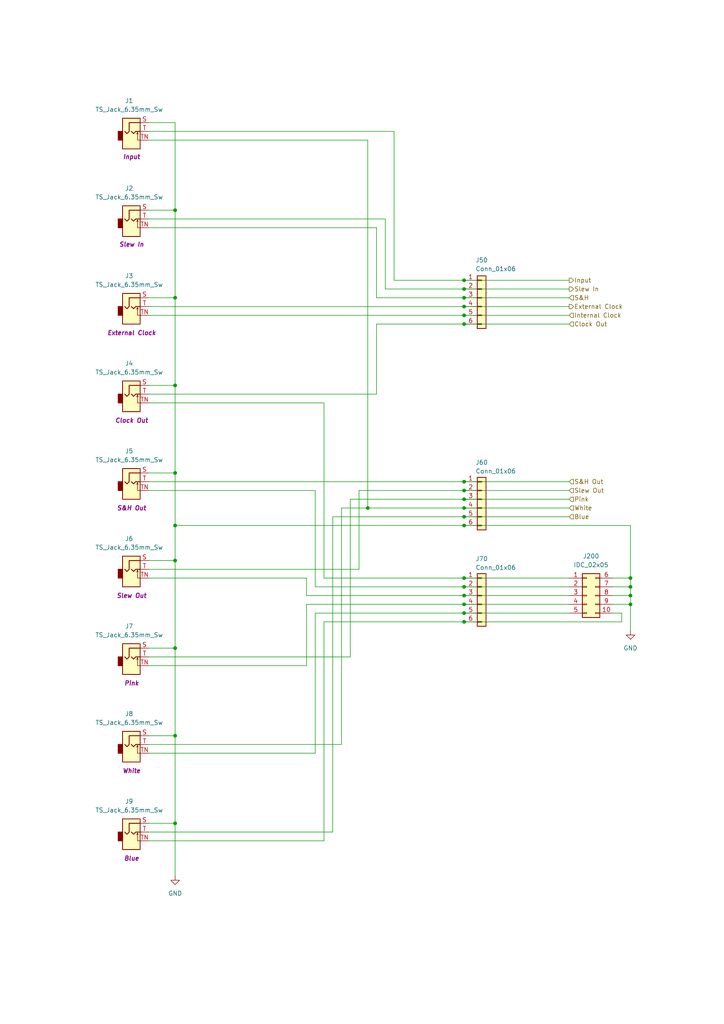
<source format=kicad_sch>
(kicad_sch (version 20231120) (generator "eeschema") (generator_version "8.0")
  (paper "A4" portrait)
  (title_block (company "DMH Instruments") (comment 1 "PCB for 5 cm Kosmo format synthesizer module"))
  (lib_symbols
    (symbol "Connector_Generic:Conn_01x06" (pin_names (offset 1.016) hide)
      (property "Reference" "J" (at 0 7.62 0))
      (property "Value" "Conn_01x06" (at 0 -10.16 0))
      (symbol "Conn_01x06_1_1"
        (rectangle (start -1.27 -7.493) (end 0 -7.747) (stroke (width 0.1524)))
        (rectangle (start -1.27 -4.953) (end 0 -5.207) (stroke (width 0.1524)))
        (rectangle (start -1.27 -2.413) (end 0 -2.667) (stroke (width 0.1524)))
        (rectangle (start -1.27 0.127) (end 0 -0.127) (stroke (width 0.1524)))
        (rectangle (start -1.27 2.667) (end 0 2.413) (stroke (width 0.1524)))
        (rectangle (start -1.27 5.207) (end 0 4.953) (stroke (width 0.1524)))
        (rectangle (start -1.27 6.35) (end 1.27 -8.89) (stroke (width 0.254)) (fill (type background)))
        (pin passive line (at -5.08 5.08 0) (length 3.81) (name "Pin_1") (number "1"))
        (pin passive line (at -5.08 2.54 0) (length 3.81) (name "Pin_2") (number "2"))
        (pin passive line (at -5.08 0 0) (length 3.81) (name "Pin_3") (number "3"))
        (pin passive line (at -5.08 -2.54 0) (length 3.81) (name "Pin_4") (number "4"))
        (pin passive line (at -5.08 -5.08 0) (length 3.81) (name "Pin_5") (number "5"))
        (pin passive line (at -5.08 -7.62 0) (length 3.81) (name "Pin_6") (number "6"))
      )
    )
    (symbol "SynthStuff:BackBone_Connector_10Pin" (pin_names (offset 1.016) hide)
      (property "Reference" "J" (at 0 -10.922 0))
      (property "Value" "IDC_02x05" (at 0 -8.382 0))
      (symbol "BackBone_Connector_10Pin_1_1"
        (rectangle (start -2.54 -4.953) (end -1.27 -5.207) (stroke (width 0.1524)))
        (rectangle (start -2.54 -2.413) (end -1.27 -2.667) (stroke (width 0.1524)))
        (rectangle (start -2.54 0.127) (end -1.27 -0.127) (stroke (width 0.1524)))
        (rectangle (start -2.54 2.667) (end -1.27 2.413) (stroke (width 0.1524)))
        (rectangle (start -2.54 5.207) (end -1.27 4.953) (stroke (width 0.1524)))
        (rectangle (start -2.54 6.35) (end 2.54 -6.35) (stroke (width 0.254)) (fill (type background)))
        (rectangle (start 2.54 -4.953) (end 1.27 -5.207) (stroke (width 0.1524)))
        (rectangle (start 2.54 -2.413) (end 1.27 -2.667) (stroke (width 0.1524)))
        (rectangle (start 2.54 0.127) (end 1.27 -0.127) (stroke (width 0.1524)))
        (rectangle (start 2.54 2.667) (end 1.27 2.413) (stroke (width 0.1524)))
        (rectangle (start 2.54 5.207) (end 1.27 4.953) (stroke (width 0.1524)))
        (pin passive line (at -6.35 5.08 0) (length 3.81) (name "Pin_1") (number "1"))
        (pin passive line (at 6.35 -5.08 180) (length 3.81) (name "Pin_10") (number "10"))
        (pin passive line (at -6.35 2.54 0) (length 3.81) (name "Pin_2") (number "2"))
        (pin passive line (at -6.35 0 0) (length 3.81) (name "Pin_3") (number "3"))
        (pin passive line (at -6.35 -2.54 0) (length 3.81) (name "Pin_4") (number "4"))
        (pin passive line (at -6.35 -5.08 0) (length 3.81) (name "Pin_5") (number "5"))
        (pin passive line (at 6.35 5.08 180) (length 3.81) (name "Pin_6") (number "6"))
        (pin passive line (at 6.35 2.54 180) (length 3.81) (name "Pin_7") (number "7"))
        (pin passive line (at 6.35 0 180) (length 3.81) (name "Pin_8") (number "8"))
        (pin passive line (at 6.35 -2.54 180) (length 3.81) (name "Pin_9") (number "9"))
      )
    )
    (symbol "SynthStuff:TS_Jack_6.35mm_Sw"
      (property "Reference" "J" (at -0.635 8.89 0))
      (property "Value" "TS_Jack_6.35mm_Sw" (at -0.635 6.35 0))
      (symbol "TS_Jack_6.35mm_Sw_0_1"
        (rectangle (start -2.54 0) (end -3.81 -2.54) (stroke (width 0.254)) (fill (type outline)))
        (polyline (pts (xy 1.778 -0.254) (xy 2.032 -0.762)))
        (polyline (pts (xy 0 0) (xy 0.635 -0.635) (xy 1.27 0) (xy 2.54 0)) (stroke (width 0.254)))
        (polyline (pts (xy 2.54 -2.54) (xy 1.778 -2.54) (xy 1.778 -0.254) (xy 1.524 -0.762)))
        (polyline (pts (xy 2.54 2.54) (xy -0.635 2.54) (xy -0.635 0) (xy -1.27 -0.635) (xy -1.905 0)) (stroke (width 0.254)))
        (rectangle (start 2.54 3.81) (end -2.54 -5.08) (stroke (width 0.254)) (fill (type background)))
      )
      (symbol "TS_Jack_6.35mm_Sw_1_1"
        (pin passive line (at 5.08 2.54 180) (length 2.54) (name "~") (number "S"))
        (pin passive line (at 5.08 0 180) (length 2.54) (name "~") (number "T"))
        (pin passive line (at 5.08 -2.54 180) (length 2.54) (name "~") (number "TN"))
      )
    )
    (symbol "power:GND" (power) (pin_numbers hide) (pin_names (offset 0) hide)
      (property "Value" "GND" (at 0 -3.81 0))
      (symbol "GND_0_1"
        (polyline (pts (xy 0 0) (xy 0 -1.27) (xy 1.27 -1.27) (xy 0 -2.54) (xy -1.27 -1.27) (xy 0 -1.27)))
      )
      (symbol "GND_1_1"
        (pin power_in line (at 0 0 270) (length 0) (name "~") (number "1"))
      )
    )
  )
  (junction (at 50.8 60.96))
  (junction (at 134.62 180.34))
  (junction (at 134.62 142.24))
  (junction (at 134.62 175.26))
  (junction (at 134.62 86.36))
  (junction (at 134.62 81.28))
  (junction (at 134.62 177.8))
  (junction (at 50.8 111.76))
  (junction (at 182.88 170.18))
  (junction (at 50.8 213.36))
  (junction (at 182.88 172.72))
  (junction (at 50.8 162.56))
  (junction (at 134.62 139.7))
  (junction (at 134.62 144.78))
  (junction (at 134.62 172.72))
  (junction (at 134.62 83.82))
  (junction (at 50.8 187.96))
  (junction (at 50.8 238.76))
  (junction (at 134.62 93.98))
  (junction (at 134.62 152.4))
  (junction (at 134.62 88.9))
  (junction (at 50.8 86.36))
  (junction (at 134.62 91.44))
  (junction (at 182.88 175.26))
  (junction (at 182.88 167.64))
  (junction (at 106.68 147.32))
  (junction (at 134.62 167.64))
  (junction (at 50.8 137.16))
  (junction (at 134.62 147.32))
  (junction (at 134.62 149.86))
  (junction (at 50.8 152.4))
  (junction (at 134.62 170.18))
  (wire (pts (xy 50.8 35.56) (xy 50.8 60.96)))
  (wire (pts (xy 88.9 172.72) (xy 134.62 172.72)))
  (wire (pts (xy 43.18 137.16) (xy 50.8 137.16)))
  (wire (pts (xy 109.22 66.04) (xy 109.22 86.36)))
  (wire (pts (xy 134.62 177.8) (xy 165.1 177.8)))
  (wire (pts (xy 134.62 175.26) (xy 165.1 175.26)))
  (wire (pts (xy 134.62 149.86) (xy 165.1 149.86)))
  (wire (pts (xy 182.88 170.18) (xy 182.88 172.72)))
  (wire (pts (xy 182.88 167.64) (xy 182.88 170.18)))
  (wire (pts (xy 88.9 167.64) (xy 88.9 172.72)))
  (wire (pts (xy 96.52 241.3) (xy 96.52 149.86)))
  (wire (pts (xy 93.98 180.34) (xy 134.62 180.34)))
  (wire (pts (xy 50.8 213.36) (xy 50.8 238.76)))
  (wire (pts (xy 50.8 60.96) (xy 50.8 86.36)))
  (wire (pts (xy 43.18 139.7) (xy 134.62 139.7)))
  (wire (pts (xy 43.18 213.36) (xy 50.8 213.36)))
  (wire (pts (xy 104.14 165.1) (xy 104.14 142.24)))
  (wire (pts (xy 114.3 81.28) (xy 134.62 81.28)))
  (wire (pts (xy 43.18 40.64) (xy 106.68 40.64)))
  (wire (pts (xy 50.8 152.4) (xy 50.8 162.56)))
  (wire (pts (xy 106.68 40.64) (xy 106.68 147.32)))
  (wire (pts (xy 50.8 162.56) (xy 50.8 187.96)))
  (wire (pts (xy 134.62 152.4) (xy 182.88 152.4)))
  (wire (pts (xy 88.9 175.26) (xy 134.62 175.26)))
  (wire (pts (xy 182.88 175.26) (xy 182.88 182.88)))
  (wire (pts (xy 182.88 152.4) (xy 182.88 167.64)))
  (wire (pts (xy 93.98 167.64) (xy 134.62 167.64)))
  (wire (pts (xy 43.18 60.96) (xy 50.8 60.96)))
  (wire (pts (xy 43.18 66.04) (xy 109.22 66.04)))
  (wire (pts (xy 43.18 35.56) (xy 50.8 35.56)))
  (wire (pts (xy 109.22 86.36) (xy 134.62 86.36)))
  (wire (pts (xy 177.8 170.18) (xy 182.88 170.18)))
  (wire (pts (xy 177.8 175.26) (xy 182.88 175.26)))
  (wire (pts (xy 134.62 139.7) (xy 165.1 139.7)))
  (wire (pts (xy 177.8 167.64) (xy 182.88 167.64)))
  (wire (pts (xy 134.62 88.9) (xy 165.1 88.9)))
  (wire (pts (xy 43.18 190.5) (xy 101.6 190.5)))
  (wire (pts (xy 134.62 142.24) (xy 165.1 142.24)))
  (wire (pts (xy 134.62 180.34) (xy 180.34 180.34)))
  (wire (pts (xy 91.44 218.44) (xy 91.44 177.8)))
  (wire (pts (xy 99.06 147.32) (xy 99.06 215.9)))
  (wire (pts (xy 43.18 114.3) (xy 109.22 114.3)))
  (wire (pts (xy 43.18 165.1) (xy 104.14 165.1)))
  (wire (pts (xy 134.62 93.98) (xy 165.1 93.98)))
  (wire (pts (xy 43.18 91.44) (xy 134.62 91.44)))
  (wire (pts (xy 88.9 193.04) (xy 88.9 175.26)))
  (wire (pts (xy 43.18 238.76) (xy 50.8 238.76)))
  (wire (pts (xy 109.22 114.3) (xy 109.22 93.98)))
  (wire (pts (xy 43.18 142.24) (xy 91.44 142.24)))
  (wire (pts (xy 43.18 215.9) (xy 99.06 215.9)))
  (wire (pts (xy 134.62 86.36) (xy 165.1 86.36)))
  (wire (pts (xy 101.6 190.5) (xy 101.6 144.78)))
  (wire (pts (xy 91.44 170.18) (xy 134.62 170.18)))
  (wire (pts (xy 93.98 116.84) (xy 93.98 167.64)))
  (wire (pts (xy 134.62 144.78) (xy 165.1 144.78)))
  (wire (pts (xy 101.6 144.78) (xy 134.62 144.78)))
  (wire (pts (xy 43.18 187.96) (xy 50.8 187.96)))
  (wire (pts (xy 111.76 83.82) (xy 134.62 83.82)))
  (wire (pts (xy 134.62 147.32) (xy 165.1 147.32)))
  (wire (pts (xy 114.3 38.1) (xy 114.3 81.28)))
  (wire (pts (xy 180.34 177.8) (xy 180.34 180.34)))
  (wire (pts (xy 43.18 38.1) (xy 114.3 38.1)))
  (wire (pts (xy 43.18 116.84) (xy 93.98 116.84)))
  (wire (pts (xy 50.8 137.16) (xy 50.8 152.4)))
  (wire (pts (xy 43.18 162.56) (xy 50.8 162.56)))
  (wire (pts (xy 43.18 167.64) (xy 88.9 167.64)))
  (wire (pts (xy 177.8 177.8) (xy 180.34 177.8)))
  (wire (pts (xy 50.8 86.36) (xy 50.8 111.76)))
  (wire (pts (xy 43.18 88.9) (xy 134.62 88.9)))
  (wire (pts (xy 134.62 172.72) (xy 165.1 172.72)))
  (wire (pts (xy 99.06 147.32) (xy 106.68 147.32)))
  (wire (pts (xy 106.68 147.32) (xy 134.62 147.32)))
  (wire (pts (xy 43.18 241.3) (xy 96.52 241.3)))
  (wire (pts (xy 43.18 193.04) (xy 88.9 193.04)))
  (wire (pts (xy 134.62 83.82) (xy 165.1 83.82)))
  (wire (pts (xy 96.52 149.86) (xy 134.62 149.86)))
  (wire (pts (xy 43.18 86.36) (xy 50.8 86.36)))
  (wire (pts (xy 50.8 238.76) (xy 50.8 254)))
  (wire (pts (xy 50.8 187.96) (xy 50.8 213.36)))
  (wire (pts (xy 104.14 142.24) (xy 134.62 142.24)))
  (wire (pts (xy 93.98 243.84) (xy 93.98 180.34)))
  (wire (pts (xy 91.44 142.24) (xy 91.44 170.18)))
  (wire (pts (xy 134.62 170.18) (xy 165.1 170.18)))
  (wire (pts (xy 43.18 63.5) (xy 111.76 63.5)))
  (wire (pts (xy 50.8 152.4) (xy 134.62 152.4)))
  (wire (pts (xy 182.88 172.72) (xy 182.88 175.26)))
  (wire (pts (xy 43.18 218.44) (xy 91.44 218.44)))
  (wire (pts (xy 50.8 111.76) (xy 50.8 137.16)))
  (wire (pts (xy 109.22 93.98) (xy 134.62 93.98)))
  (wire (pts (xy 43.18 111.76) (xy 50.8 111.76)))
  (wire (pts (xy 91.44 177.8) (xy 134.62 177.8)))
  (wire (pts (xy 134.62 167.64) (xy 165.1 167.64)))
  (wire (pts (xy 134.62 91.44) (xy 165.1 91.44)))
  (wire (pts (xy 134.62 81.28) (xy 165.1 81.28)))
  (wire (pts (xy 177.8 172.72) (xy 182.88 172.72)))
  (wire (pts (xy 43.18 243.84) (xy 93.98 243.84)))
  (wire (pts (xy 111.76 63.5) (xy 111.76 83.82)))
  (hierarchical_label "S&H" (shape input) (at 165.1 86.36 0))
  (hierarchical_label "S&H Out" (shape input) (at 165.1 139.7 0))
  (hierarchical_label "Slew Out" (shape input) (at 165.1 142.24 0))
  (hierarchical_label "Slew In" (shape output) (at 165.1 83.82 0))
  (hierarchical_label "Clock Out" (shape input) (at 165.1 93.98 0))
  (hierarchical_label "Input" (shape output) (at 165.1 81.28 0))
  (hierarchical_label "Internal Clock" (shape input) (at 165.1 91.44 0))
  (hierarchical_label "Pink" (shape input) (at 165.1 144.78 0))
  (hierarchical_label "Blue" (shape input) (at 165.1 149.86 0))
  (hierarchical_label "White" (shape input) (at 165.1 147.32 0))
  (hierarchical_label "External Clock" (shape output) (at 165.1 88.9 0))
  (symbol (lib_id "SynthStuff:TS_Jack_6.35mm_Sw") (at 38.1 241.3 0) (unit 1)
    (property "Reference" "J9" (at 37.465 232.41 0))
    (property "Value" "TS_Jack_6.35mm_Sw" (at 37.465 234.95 0))
    (property "Footprint" "SynthStuff:CUI_MJ-63052A" (effects (hide yes)))
    (property "Description" "Audio Jack, 2 Poles (Mono / TS), Switched T Pole (Normalling), 6.35mm, 1/4inch" (effects (hide yes)))
    (property "Function" "Blue" (at 38.1 248.92 0) (effects (font (thickness 0.254) (bold yes) (italic yes))))
  )
  (symbol (lib_id "Connector_Generic:Conn_01x06") (at 139.7 172.72 0) (unit 1)
    (property "Reference" "J70" (at 137.922 162.052 0) (effects (justify left)))
    (property "Value" "Conn_01x06" (at 137.922 164.592 0) (effects (justify left)))
    (property "Footprint" "Connector_PinHeader_2.54mm:PinHeader_1x06_P2.54mm_Vertical" (effects (hide yes)))
    (property "Description" "Generic connector, single row, 01x06, script generated (kicad-library-utils/schlib/autogen/connector/)" (effects (hide yes)))
  )
  (symbol (lib_id "power:GND") (at 50.8 254 0) (unit 1)
    (property "Reference" "#PWR037" (effects (hide yes)))
    (property "Value" "GND" (at 50.8 259.08 0))
    (property "Description" "Power symbol creates a global label with name \"GND\" , ground" (effects (hide yes)))
  )
  (symbol (lib_id "SynthStuff:BackBone_Connector_10Pin") (at 171.45 172.72 0) (unit 1)
    (property "Reference" "J200" (at 171.45 161.29 0))
    (property "Value" "IDC_02x05" (at 171.45 163.83 0))
    (property "Footprint" "SynthStuff:IDC-Header_2x05_P2.54mm_Vertical_BackBone" (effects (hide yes)))
    (property "Description" "IDC jack, 2x5 pins, row a carries same signals as row b." (effects (hide yes)))
  )
  (symbol (lib_id "SynthStuff:TS_Jack_6.35mm_Sw") (at 38.1 114.3 0) (unit 1)
    (property "Reference" "J4" (at 37.465 105.41 0))
    (property "Value" "TS_Jack_6.35mm_Sw" (at 37.465 107.95 0))
    (property "Footprint" "SynthStuff:CUI_MJ-63052A" (effects (hide yes)))
    (property "Description" "Audio Jack, 2 Poles (Mono / TS), Switched T Pole (Normalling), 6.35mm, 1/4inch" (effects (hide yes)))
    (property "Function" "Clock Out" (at 38.1 121.92 0) (effects (font (thickness 0.254) (bold yes) (italic yes))))
  )
  (symbol (lib_id "Connector_Generic:Conn_01x06") (at 139.7 144.78 0) (unit 1)
    (property "Reference" "J60" (at 137.922 134.112 0) (effects (justify left)))
    (property "Value" "Conn_01x06" (at 137.922 136.652 0) (effects (justify left)))
    (property "Footprint" "Connector_PinHeader_2.54mm:PinHeader_1x06_P2.54mm_Vertical" (effects (hide yes)))
    (property "Description" "Generic connector, single row, 01x06, script generated (kicad-library-utils/schlib/autogen/connector/)" (effects (hide yes)))
  )
  (symbol (lib_id "power:GND") (at 182.88 182.88 0) (unit 1)
    (property "Reference" "#PWR035" (effects (hide yes)))
    (property "Value" "GND" (at 182.88 187.96 0))
    (property "Description" "Power symbol creates a global label with name \"GND\" , ground" (effects (hide yes)))
  )
  (symbol (lib_id "Connector_Generic:Conn_01x06") (at 139.7 86.36 0) (unit 1)
    (property "Reference" "J50" (at 137.922 75.438 0) (effects (justify left)))
    (property "Value" "Conn_01x06" (at 137.922 77.978 0) (effects (justify left)))
    (property "Footprint" "Connector_PinHeader_2.54mm:PinHeader_1x06_P2.54mm_Vertical" (effects (hide yes)))
    (property "Description" "Generic connector, single row, 01x06, script generated (kicad-library-utils/schlib/autogen/connector/)" (effects (hide yes)))
  )
  (symbol (lib_id "SynthStuff:TS_Jack_6.35mm_Sw") (at 38.1 190.5 0) (unit 1)
    (property "Reference" "J7" (at 37.465 181.61 0))
    (property "Value" "TS_Jack_6.35mm_Sw" (at 37.465 184.15 0))
    (property "Footprint" "SynthStuff:CUI_MJ-63052A" (effects (hide yes)))
    (property "Description" "Audio Jack, 2 Poles (Mono / TS), Switched T Pole (Normalling), 6.35mm, 1/4inch" (effects (hide yes)))
    (property "Function" "Pink" (at 38.1 198.12 0) (effects (font (thickness 0.254) (bold yes) (italic yes))))
  )
  (symbol (lib_id "SynthStuff:TS_Jack_6.35mm_Sw") (at 38.1 88.9 0) (unit 1)
    (property "Reference" "J3" (at 37.465 80.01 0))
    (property "Value" "TS_Jack_6.35mm_Sw" (at 37.465 82.55 0))
    (property "Footprint" "SynthStuff:CUI_MJ-63052A" (effects (hide yes)))
    (property "Description" "Audio Jack, 2 Poles (Mono / TS), Switched T Pole (Normalling), 6.35mm, 1/4inch" (effects (hide yes)))
    (property "Function" "External Clock" (at 38.1 96.52 0) (effects (font (thickness 0.254) (bold yes) (italic yes))))
  )
  (symbol (lib_id "SynthStuff:TS_Jack_6.35mm_Sw") (at 38.1 215.9 0) (unit 1)
    (property "Reference" "J8" (at 37.465 207.01 0))
    (property "Value" "TS_Jack_6.35mm_Sw" (at 37.465 209.55 0))
    (property "Footprint" "SynthStuff:CUI_MJ-63052A" (effects (hide yes)))
    (property "Description" "Audio Jack, 2 Poles (Mono / TS), Switched T Pole (Normalling), 6.35mm, 1/4inch" (effects (hide yes)))
    (property "Function" "White" (at 38.1 223.52 0) (effects (font (thickness 0.254) (bold yes) (italic yes))))
  )
  (symbol (lib_id "SynthStuff:TS_Jack_6.35mm_Sw") (at 38.1 139.7 0) (unit 1)
    (property "Reference" "J5" (at 37.465 130.81 0))
    (property "Value" "TS_Jack_6.35mm_Sw" (at 37.465 133.35 0))
    (property "Footprint" "SynthStuff:CUI_MJ-63052A" (effects (hide yes)))
    (property "Description" "Audio Jack, 2 Poles (Mono / TS), Switched T Pole (Normalling), 6.35mm, 1/4inch" (effects (hide yes)))
    (property "Function" "S&H Out" (at 38.1 147.32 0) (effects (font (thickness 0.254) (bold yes) (italic yes))))
  )
  (symbol (lib_id "SynthStuff:TS_Jack_6.35mm_Sw") (at 38.1 38.1 0) (unit 1)
    (property "Reference" "J1" (at 37.465 29.21 0))
    (property "Value" "TS_Jack_6.35mm_Sw" (at 37.465 31.75 0))
    (property "Footprint" "SynthStuff:CUI_MJ-63052A" (effects (hide yes)))
    (property "Description" "Audio Jack, 2 Poles (Mono / TS), Switched T Pole (Normalling), 6.35mm, 1/4inch" (effects (hide yes)))
    (property "Function" "Input" (at 38.1 45.466 0) (effects (font (thickness 0.254) (bold yes) (italic yes))))
  )
  (symbol (lib_id "SynthStuff:TS_Jack_6.35mm_Sw") (at 38.1 165.1 0) (unit 1)
    (property "Reference" "J6" (at 37.465 156.21 0))
    (property "Value" "TS_Jack_6.35mm_Sw" (at 37.465 158.75 0))
    (property "Footprint" "SynthStuff:CUI_MJ-63052A" (effects (hide yes)))
    (property "Description" "Audio Jack, 2 Poles (Mono / TS), Switched T Pole (Normalling), 6.35mm, 1/4inch" (effects (hide yes)))
    (property "Function" "Slew Out" (at 38.1 172.72 0) (effects (font (thickness 0.254) (bold yes) (italic yes))))
  )
  (symbol (lib_id "SynthStuff:TS_Jack_6.35mm_Sw") (at 38.1 63.5 0) (unit 1)
    (property "Reference" "J2" (at 37.465 54.61 0))
    (property "Value" "TS_Jack_6.35mm_Sw" (at 37.465 57.15 0))
    (property "Footprint" "SynthStuff:CUI_MJ-63052A" (effects (hide yes)))
    (property "Description" "Audio Jack, 2 Poles (Mono / TS), Switched T Pole (Normalling), 6.35mm, 1/4inch" (effects (hide yes)))
    (property "Function" "Slew In" (at 38.1 70.866 0) (effects (font (thickness 0.254) (bold yes) (italic yes))))
  )
)
</source>
